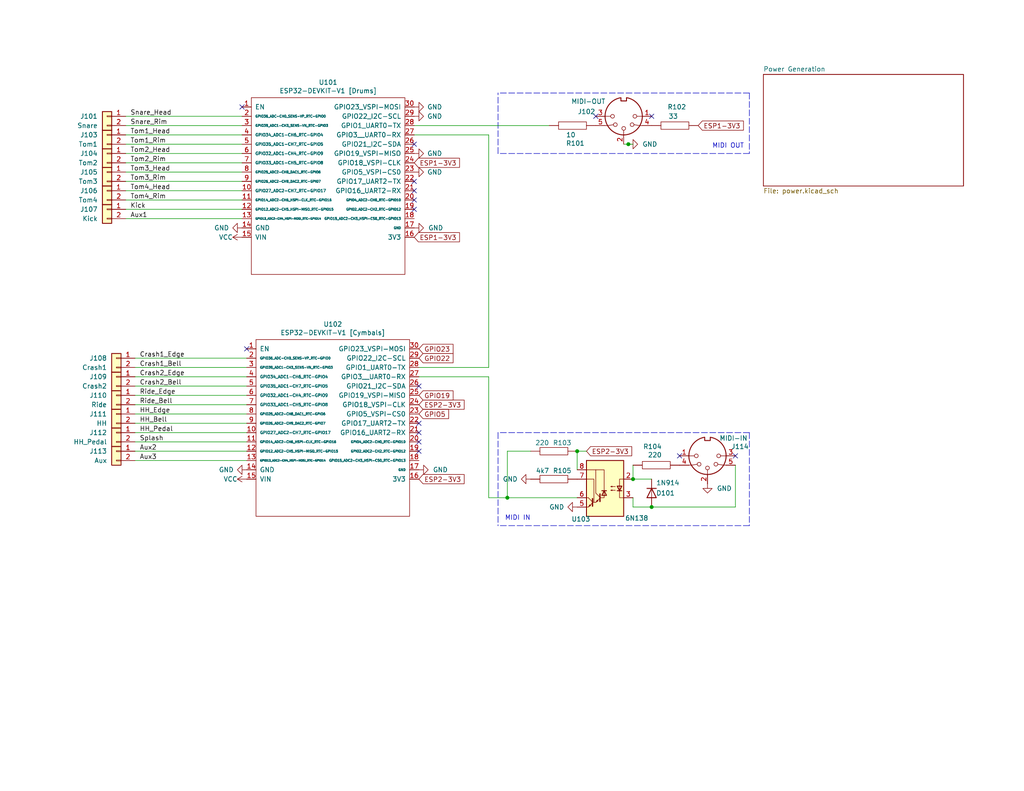
<source format=kicad_sch>
(kicad_sch (version 20211123) (generator eeschema)
  (paper "USLetter")
  (lib_symbols
    (symbol "Connector:DIN-5_180degree" (pin_names (offset 1.016))
      (property "Reference" "J" (at 3.175 5.715 0))
      (property "Value" "DIN-5_180degree" (at 0 -6.35 0))
      (symbol "DIN-5_180degree_0_1"
        (arc (start -5.08 0) (mid -3.8597 -3.3379) (end -0.762 -5.08) (stroke (width 0.254)))
        (circle (center -3.048 0) (radius 0.508))
        (circle (center -2.286 2.286) (radius 0.508))
        (polyline (pts (xy -5.08 0) (xy -3.556 0)))
        (polyline (pts (xy 0 5.08) (xy 0 3.81)))
        (polyline (pts (xy 5.08 0) (xy 3.556 0)))
        (polyline (pts (xy -5.08 2.54) (xy -4.318 2.54) (xy -2.794 2.286)))
        (polyline (pts (xy 5.08 2.54) (xy 4.318 2.54) (xy 2.794 2.286)))
        (polyline (pts (xy -0.762 -4.953) (xy -0.762 -4.191) (xy 0.762 -4.191) (xy 0.762 -4.953)) (stroke (width 0.254)))
        (circle (center 0 3.302) (radius 0.508))
        (arc (start 0.762 -5.08) (mid 3.8673 -3.3444) (end 5.08 0) (stroke (width 0.254)))
        (circle (center 2.286 2.286) (radius 0.508))
        (circle (center 3.048 0) (radius 0.508))
        (arc (start 5.08 0) (mid 0 5.08) (end -5.08 0) (stroke (width 0.254)))
      )
      (symbol "DIN-5_180degree_1_1"
        (pin passive line (at -7.62 0 0) (length 2.54) (name "~") (number "1"))
        (pin passive line (at 0 7.62 270) (length 2.54) (name "~") (number "2"))
        (pin passive line (at 7.62 0 180) (length 2.54) (name "~") (number "3"))
        (pin passive line (at -7.62 2.54 0) (length 2.54) (name "~") (number "4"))
        (pin passive line (at 7.62 2.54 180) (length 2.54) (name "~") (number "5"))
      )
    )
    (symbol "Connector_Generic:Conn_01x02" (pin_names (offset 1.016) hide)
      (property "Reference" "J" (at 0 2.54 0))
      (property "Value" "Conn_01x02" (at 0 -5.08 0))
      (symbol "Conn_01x02_1_1"
        (rectangle (start -1.27 -2.413) (end 0 -2.667) (stroke (width 0.1524)))
        (rectangle (start -1.27 0.127) (end 0 -0.127) (stroke (width 0.1524)))
        (rectangle (start -1.27 1.27) (end 1.27 -3.81) (stroke (width 0.254)) (fill (type background)))
        (pin passive line (at -5.08 0 0) (length 3.81) (name "Pin_1") (number "1"))
        (pin passive line (at -5.08 -2.54 0) (length 3.81) (name "Pin_2") (number "2"))
      )
    )
    (symbol "Diode:1N914" (pin_numbers hide) (pin_names (offset 1.016) hide)
      (property "Reference" "D" (at 0 2.54 0))
      (property "Value" "1N914" (at 0 -2.54 0))
      (symbol "1N914_0_1"
        (polyline (pts (xy -1.27 1.27) (xy -1.27 -1.27)) (stroke (width 0.254)))
        (polyline (pts (xy 1.27 0) (xy -1.27 0)))
        (polyline (pts (xy 1.27 1.27) (xy 1.27 -1.27) (xy -1.27 0) (xy 1.27 1.27)) (stroke (width 0.254)))
      )
      (symbol "1N914_1_1"
        (pin passive line (at -3.81 0 0) (length 2.54) (name "K") (number "1"))
        (pin passive line (at 3.81 0 180) (length 2.54) (name "A") (number "2"))
      )
    )
    (symbol "Isolator:6N138" (pin_names (offset 1.016) hide)
      (property "Reference" "U" (at -4.064 8.89 0))
      (property "Value" "6N138" (at 2.286 8.89 0))
      (symbol "6N138_0_1"
        (rectangle (start -5.08 7.62) (end 5.08 -7.62) (stroke (width 0.254)) (fill (type background)))
        (polyline (pts (xy -4.572 -0.635) (xy -3.302 -0.635)) (stroke (width 0.254)))
        (polyline (pts (xy 0.889 -0.635) (xy -0.381 -0.635)) (stroke (width 0.254)))
        (polyline (pts (xy 1.397 -2.667) (xy 2.54 -3.81)))
        (polyline (pts (xy 1.397 -2.413) (xy 2.54 -1.27)))
        (polyline (pts (xy 2.54 -3.81) (xy 3.175 -3.81)))
        (polyline (pts (xy 3.429 -3.937) (xy 4.572 -5.08)))
        (polyline (pts (xy 3.429 -3.683) (xy 4.572 -2.54)))
        (polyline (pts (xy 4.572 -5.08) (xy 5.08 -5.08)))
        (polyline (pts (xy 4.572 -2.54) (xy 5.08 -2.54)))
        (polyline (pts (xy 1.397 -1.524) (xy 1.397 -3.556) (xy 1.397 -3.556)) (stroke (width 0.3556)))
        (polyline (pts (xy 2.54 -1.27) (xy 2.54 5.08) (xy 5.08 5.08)))
        (polyline (pts (xy 3.429 -2.794) (xy 3.429 -4.826) (xy 3.429 -4.826)) (stroke (width 0.3556)))
        (polyline (pts (xy 5.08 2.54) (xy 3.048 2.54) (xy 3.048 -3.81)))
        (polyline (pts (xy -5.08 -2.54) (xy -3.937 -2.54) (xy -3.937 2.54) (xy -5.08 2.54)))
        (polyline (pts (xy -3.937 -0.635) (xy -4.572 0.635) (xy -3.302 0.635) (xy -3.937 -0.635)) (stroke (width 0.254)))
        (polyline (pts (xy 0.254 -0.635) (xy 0.889 -1.905) (xy -0.381 -1.905) (xy 0.254 -0.635)) (stroke (width 0.254)))
        (polyline (pts (xy 1.27 -2.54) (xy 0.254 -2.54) (xy 0.254 5.08) (xy 2.54 5.08)))
        (polyline (pts (xy 2.413 -3.683) (xy 2.159 -3.175) (xy 1.905 -3.429) (xy 2.413 -3.683)))
        (polyline (pts (xy 4.445 -4.953) (xy 4.191 -4.445) (xy 3.937 -4.699) (xy 4.445 -4.953)))
        (polyline (pts (xy -2.794 -0.508) (xy -1.524 -0.508) (xy -1.905 -0.635) (xy -1.905 -0.381) (xy -1.524 -0.508)))
        (polyline (pts (xy -2.794 0.508) (xy -1.524 0.508) (xy -1.905 0.381) (xy -1.905 0.635) (xy -1.524 0.508)))
      )
      (symbol "6N138_1_1"
        (pin no_connect line (at -5.08 5.08 0) (length 2.54) hide (name "NC") (number "1"))
        (pin passive line (at -7.62 2.54 0) (length 2.54) (name "C1") (number "2"))
        (pin passive line (at -7.62 -2.54 0) (length 2.54) (name "C2") (number "3"))
        (pin no_connect line (at -5.08 -5.08 0) (length 2.54) hide (name "NC") (number "4"))
        (pin passive line (at 7.62 -5.08 180) (length 2.54) (name "GND") (number "5"))
        (pin passive line (at 7.62 -2.54 180) (length 2.54) (name "VO2") (number "6"))
        (pin passive line (at 7.62 2.54 180) (length 2.54) (name "VO1") (number "7"))
        (pin passive line (at 7.62 5.08 180) (length 2.54) (name "VCC") (number "8"))
      )
    )
    (symbol "doit-esp32-devkit-v1:ESP32-DEVKIT-V1" (pin_names (offset 1.016))
      (property "Reference" "U" (at -1.27 11.43 0))
      (property "Value" "ESP32-DEVKIT-V1" (at 0 13.97 0))
      (symbol "ESP32-DEVKIT-V1_0_1"
        (rectangle (start 20.32 10.16) (end -21.59 -38.1))
      )
      (symbol "ESP32-DEVKIT-V1_1_1"
        (pin output line (at -24.13 7.62 0) (length 2.54) (name "EN") (number "1"))
        (pin bidirectional line (at -24.13 -15.24 0) (length 2.54) (name "GPIO27_ADC2-CH7_RTC-GPIO17") (number "10"))
        (pin bidirectional line (at -24.13 -17.78 0) (length 2.54) (name "GPIO14_ADC2-CH6_HSPI-CLK_RTC-GPIO16") (number "11"))
        (pin bidirectional line (at -24.13 -20.32 0) (length 2.54) (name "GPIO12_ADC2-CH5_HSPI-MISO_RTC-GPIO15") (number "12"))
        (pin bidirectional line (at -24.13 -22.86 0) (length 2.54) (name "GPIO13_ADC2-CH4_HSPI-MOSI_RTC-GPIO14") (number "13"))
        (pin bidirectional line (at -24.13 -25.4 0) (length 2.54) (name "GND") (number "14"))
        (pin bidirectional line (at -24.13 -27.94 0) (length 2.54) (name "VIN") (number "15"))
        (pin output line (at 22.86 -27.94 180) (length 2.54) (name "3V3") (number "16"))
        (pin bidirectional line (at 22.86 -25.4 180) (length 2.54) (name "GND") (number "17"))
        (pin bidirectional line (at 22.86 -22.86 180) (length 2.54) (name "GPIO15_ADC2-CH3_HSPI-CS0_RTC-GPIO13") (number "18"))
        (pin bidirectional line (at 22.86 -20.32 180) (length 2.54) (name "GPIO2_ADC2-CH2_RTC-GPIO12") (number "19"))
        (pin bidirectional line (at -24.13 5.08 0) (length 2.54) (name "GPIO36_ADC-CH0_SENS-VP_RTC-GPIO0") (number "2"))
        (pin bidirectional line (at 22.86 -17.78 180) (length 2.54) (name "GPIO4_ADC2-CH0_RTC-GPIO10") (number "20"))
        (pin bidirectional line (at 22.86 -15.24 180) (length 2.54) (name "GPIO16_UART2-RX") (number "21"))
        (pin bidirectional line (at 22.86 -12.7 180) (length 2.54) (name "GPIO17_UART2-TX") (number "22"))
        (pin bidirectional line (at 22.86 -10.16 180) (length 2.54) (name "GPIO5_VSPI-CS0") (number "23"))
        (pin bidirectional line (at 22.86 -7.62 180) (length 2.54) (name "GPIO18_VSPI-CLK") (number "24"))
        (pin bidirectional line (at 22.86 -5.08 180) (length 2.54) (name "GPIO19_VSPI-MISO") (number "25"))
        (pin bidirectional line (at 22.86 -2.54 180) (length 2.54) (name "GPIO21_I2C-SDA") (number "26"))
        (pin bidirectional line (at 22.86 0 180) (length 2.54) (name "GPIO3__UART0-RX") (number "27"))
        (pin bidirectional line (at 22.86 2.54 180) (length 2.54) (name "GPIO1_UART0-TX") (number "28"))
        (pin bidirectional line (at 22.86 5.08 180) (length 2.54) (name "GPIO22_I2C-SCL") (number "29"))
        (pin bidirectional line (at -24.13 2.54 0) (length 2.54) (name "GPIO39_ADC1-CH3_SENS-VN_RTC-GPIO3") (number "3"))
        (pin bidirectional line (at 22.86 7.62 180) (length 2.54) (name "GPIO23_VSPI-MOSI") (number "30"))
        (pin bidirectional line (at -24.13 0 0) (length 2.54) (name "GPIO34_ADC1-CH6_RTC-GPIO4") (number "4"))
        (pin bidirectional line (at -24.13 -2.54 0) (length 2.54) (name "GPIO35_ADC1-CH7_RTC-GPIO5") (number "5"))
        (pin bidirectional line (at -24.13 -5.08 0) (length 2.54) (name "GPIO32_ADC1-CH4_RTC-GPIO9") (number "6"))
        (pin bidirectional line (at -24.13 -7.62 0) (length 2.54) (name "GPIO33_ADC1-CH5_RTC-GPIO8") (number "7"))
        (pin bidirectional line (at -24.13 -10.16 0) (length 2.54) (name "GPIO25_ADC2-CH8_DAC1_RTC-GPIO6") (number "8"))
        (pin bidirectional line (at -24.13 -12.7 0) (length 2.54) (name "GPIO26_ADC2-CH9_DAC2_RTC-GPIO7") (number "9"))
      )
    )
    (symbol "power:GND" (power) (pin_names (offset 0))
      (property "Value" "GND" (at 0 -3.81 0))
      (symbol "GND_0_1"
        (polyline (pts (xy 0 0) (xy 0 -1.27) (xy 1.27 -1.27) (xy 0 -2.54) (xy -1.27 -1.27) (xy 0 -1.27)))
      )
      (symbol "GND_1_1"
        (pin power_in line (at 0 0 270) (length 0) hide (name "GND") (number "1"))
      )
    )
    (symbol "power:VCC" (power) (pin_names (offset 0))
      (property "Value" "VCC" (at 0 3.81 0))
      (symbol "VCC_0_1"
        (polyline (pts (xy -0.762 1.27) (xy 0 2.54)))
        (polyline (pts (xy 0 0) (xy 0 2.54)))
        (polyline (pts (xy 0 2.54) (xy 0.762 1.27)))
      )
      (symbol "VCC_1_1"
        (pin power_in line (at 0 0 90) (length 0) hide (name "VCC") (number "1"))
      )
    )
    (symbol "pspice:R" (pin_numbers hide) (pin_names (offset 0))
      (property "Reference" "R" (at 2.032 0 90))
      (property "Value" "R" (at 0 0 90))
      (symbol "R_0_1"
        (rectangle (start -1.016 3.81) (end 1.016 -3.81))
      )
      (symbol "R_1_1"
        (pin passive line (at 0 6.35 270) (length 2.54) (name "~") (number "1"))
        (pin passive line (at 0 -6.35 90) (length 2.54) (name "~") (number "2"))
      )
    )
  )
  (junction (at 138.43 135.89))
  (junction (at 171.45 39.37))
  (junction (at 172.72 130.81))
  (junction (at 177.8 138.43))
  (junction (at 157.48 123.19))
  (no_connect (at 113.03 39.37))
  (no_connect (at 113.03 52.07))
  (no_connect (at 113.03 57.15))
  (no_connect (at 114.3 115.57))
  (no_connect (at 114.3 120.65))
  (no_connect (at 114.3 118.11))
  (no_connect (at 66.04 29.21))
  (no_connect (at 185.42 124.46))
  (no_connect (at 113.03 49.53))
  (no_connect (at 114.3 105.41))
  (no_connect (at 200.66 124.46))
  (no_connect (at 114.3 123.19))
  (no_connect (at 113.03 54.61))
  (no_connect (at 162.56 31.75))
  (no_connect (at 177.8 31.75))
  (no_connect (at 67.31 95.25))
  (wire (pts (xy 34.29 34.29) (xy 66.04 34.29)))
  (polyline (pts (xy 204.47 25.4) (xy 204.47 41.91)))
  (polyline (pts (xy 204.47 25.4) (xy 135.89 25.4)))
  (wire (pts (xy 133.35 135.89) (xy 138.43 135.89)))
  (wire (pts (xy 114.3 102.87) (xy 133.35 102.87)))
  (wire (pts (xy 36.83 125.73) (xy 67.31 125.73)))
  (wire (pts (xy 177.8 130.81) (xy 172.72 130.81)))
  (wire (pts (xy 36.83 97.79) (xy 67.31 97.79)))
  (wire (pts (xy 36.83 107.95) (xy 67.31 107.95)))
  (wire (pts (xy 36.83 118.11) (xy 67.31 118.11)))
  (wire (pts (xy 172.72 127) (xy 172.72 130.81)))
  (wire (pts (xy 34.29 31.75) (xy 66.04 31.75)))
  (wire (pts (xy 34.29 52.07) (xy 66.04 52.07)))
  (wire (pts (xy 133.35 36.83) (xy 133.35 100.33)))
  (polyline (pts (xy 204.47 118.11) (xy 204.47 143.51)))
  (wire (pts (xy 34.29 36.83) (xy 66.04 36.83)))
  (wire (pts (xy 144.78 123.19) (xy 138.43 123.19)))
  (wire (pts (xy 157.48 123.19) (xy 157.48 128.27)))
  (wire (pts (xy 200.66 127) (xy 200.66 138.43)))
  (wire (pts (xy 114.3 100.33) (xy 133.35 100.33)))
  (wire (pts (xy 34.29 57.15) (xy 66.04 57.15)))
  (wire (pts (xy 200.66 138.43) (xy 177.8 138.43)))
  (wire (pts (xy 36.83 105.41) (xy 67.31 105.41)))
  (wire (pts (xy 34.29 44.45) (xy 66.04 44.45)))
  (polyline (pts (xy 204.47 143.51) (xy 135.89 143.51)))
  (wire (pts (xy 138.43 123.19) (xy 138.43 135.89)))
  (wire (pts (xy 34.29 39.37) (xy 66.04 39.37)))
  (wire (pts (xy 113.03 34.29) (xy 149.86 34.29)))
  (polyline (pts (xy 135.89 118.11) (xy 135.89 143.51)))
  (wire (pts (xy 36.83 113.03) (xy 67.31 113.03)))
  (wire (pts (xy 160.02 123.19) (xy 157.48 123.19)))
  (wire (pts (xy 172.72 39.37) (xy 171.45 39.37)))
  (wire (pts (xy 34.29 49.53) (xy 66.04 49.53)))
  (wire (pts (xy 34.29 41.91) (xy 66.04 41.91)))
  (wire (pts (xy 36.83 115.57) (xy 67.31 115.57)))
  (wire (pts (xy 36.83 102.87) (xy 67.31 102.87)))
  (wire (pts (xy 177.8 138.43) (xy 172.72 138.43)))
  (polyline (pts (xy 204.47 41.91) (xy 135.89 41.91)))
  (wire (pts (xy 138.43 135.89) (xy 157.48 135.89)))
  (wire (pts (xy 34.29 54.61) (xy 66.04 54.61)))
  (wire (pts (xy 171.45 39.37) (xy 170.18 39.37)))
  (wire (pts (xy 172.72 138.43) (xy 172.72 135.89)))
  (wire (pts (xy 133.35 102.87) (xy 133.35 135.89)))
  (wire (pts (xy 36.83 120.65) (xy 67.31 120.65)))
  (wire (pts (xy 36.83 123.19) (xy 67.31 123.19)))
  (wire (pts (xy 113.03 36.83) (xy 133.35 36.83)))
  (polyline (pts (xy 204.47 118.11) (xy 135.89 118.11)))
  (wire (pts (xy 36.83 110.49) (xy 67.31 110.49)))
  (polyline (pts (xy 135.89 41.91) (xy 135.89 25.4)))
  (wire (pts (xy 36.83 100.33) (xy 67.31 100.33)))
  (wire (pts (xy 34.29 46.99) (xy 66.04 46.99)))
  (wire (pts (xy 34.29 59.69) (xy 66.04 59.69)))
  (text "MIDI OUT" (at 194.31 40.64 0) (effects (font (size 1.27 1.27)) (justify left bottom)))
  (text "MIDI IN" (at 144.78 142.24 180) (effects (font (size 1.27 1.27)) (justify right bottom)))
  (label "HH_Edge" (at 38.1 113.03 0))
  (label "Aux1" (at 35.56 59.69 0))
  (label "HH_Pedal" (at 38.1 118.11 0))
  (label "Tom3_Rim" (at 35.56 49.53 0))
  (label "Aux3" (at 38.1 125.73 0))
  (label "Ride_Bell" (at 38.1 110.49 0))
  (label "Splash" (at 38.1 120.65 0))
  (label "Tom4_Rim" (at 35.56 54.61 0))
  (label "Tom4_Head" (at 35.56 52.07 0))
  (label "Kick" (at 35.56 57.15 0))
  (label "Aux2" (at 38.1 123.19 0))
  (label "Tom1_Rim" (at 35.56 39.37 0))
  (label "Tom3_Head" (at 35.56 46.99 0))
  (label "Snare_Head" (at 35.56 31.75 0))
  (label "Snare_Rim" (at 35.56 34.29 0))
  (label "Tom2_Head" (at 35.56 41.91 0))
  (label "Ride_Edge" (at 38.1 107.95 0))
  (label "Tom1_Head" (at 35.56 36.83 0))
  (label "Tom2_Rim" (at 35.56 44.45 0))
  (label "Crash2_Bell" (at 38.1 105.41 0))
  (label "HH_Bell" (at 38.1 115.57 0))
  (label "Crash1_Bell" (at 38.1 100.33 0))
  (label "Crash1_Edge" (at 38.1 97.79 0))
  (label "Crash2_Edge" (at 38.1 102.87 0))
  (global_label "ESP2-3V3" (shape input) (at 114.3 110.49 0) (property "Referenzen zwischen Schaltplänen" "${INTERSHEET_REFS}" (effects hide)))
  (global_label "GPIO5" (shape input) (at 114.3 113.03 0) (property "Referenzen zwischen Schaltplänen" "${INTERSHEET_REFS}" (effects hide)))
  (global_label "ESP1-3V3" (shape input) (at 113.03 44.45 0) (property "Referenzen zwischen Schaltplänen" "${INTERSHEET_REFS}" (effects hide)))
  (global_label "ESP1-3V3" (shape input) (at 113.03 64.77 0) (property "Referenzen zwischen Schaltplänen" "${INTERSHEET_REFS}" (effects hide)))
  (global_label "GPIO22" (shape input) (at 114.3 97.79 0) (property "Referenzen zwischen Schaltplänen" "${INTERSHEET_REFS}" (effects hide)))
  (global_label "ESP1-3V3" (shape input) (at 190.5 34.29 0) (property "Referenzen zwischen Schaltplänen" "${INTERSHEET_REFS}" (effects hide)))
  (global_label "ESP2-3V3" (shape input) (at 160.02 123.19 0) (property "Referenzen zwischen Schaltplänen" "${INTERSHEET_REFS}" (effects hide)))
  (global_label "ESP2-3V3" (shape input) (at 114.3 130.81 0) (property "Referenzen zwischen Schaltplänen" "${INTERSHEET_REFS}" (effects hide)))
  (global_label "GPIO23" (shape input) (at 114.3 95.25 0) (property "Referenzen zwischen Schaltplänen" "${INTERSHEET_REFS}" (effects hide)))
  (global_label "GPIO19" (shape input) (at 114.3 107.95 0) (property "Referenzen zwischen Schaltplänen" "${INTERSHEET_REFS}" (effects hide)))
  (symbol (lib_id "Connector_Generic:Conn_01x02") (at 29.21 57.15 0) (mirror y) (unit 1)
    (property "Reference" "J107" (at 26.67 57.15 0) (effects (justify left)))
    (property "Value" "Kick" (at 26.67 59.69 0) (effects (justify left)))
    (property "Footprint" "Connector_JST:JST_EH_B2B-EH-A_1x02_P2.50mm_Vertical" (effects hide))
  )
  (symbol (lib_id "pspice:R") (at 156.21 34.29 270) (unit 1)
    (property "Reference" "R101" (at 154.432 39.116 90) (effects (justify left)))
    (property "Value" "10" (at 154.432 36.83 90) (effects (justify left)))
    (property "Footprint" "Resistor_THT:R_Axial_DIN0207_L6.3mm_D2.5mm_P10.16mm_Horizontal" (effects hide))
  )
  (symbol (lib_id "power:GND") (at 66.04 62.23 270) (unit 1)
    (property "Reference" "#PWR0106" (effects hide))
    (property "Value" "GND" (at 58.42 62.23 90) (effects (justify left)))
  )
  (symbol (lib_id "Connector_Generic:Conn_01x02") (at 31.75 107.95 0) (mirror y) (unit 1)
    (property "Reference" "J110" (at 29.21 107.95 0) (effects (justify left)))
    (property "Value" "Ride" (at 29.21 110.49 0) (effects (justify left)))
    (property "Footprint" "Connector_JST:JST_EH_B2B-EH-A_1x02_P2.50mm_Vertical" (effects hide))
  )
  (symbol (lib_id "power:GND") (at 67.31 128.27 270) (unit 1)
    (property "Reference" "#PWR0109" (effects hide))
    (property "Value" "GND" (at 59.69 128.27 90) (effects (justify left)))
  )
  (symbol (lib_id "pspice:R") (at 151.13 123.19 90) (mirror x) (unit 1)
    (property "Reference" "R103" (at 155.956 120.904 90) (effects (justify left)))
    (property "Value" "220" (at 149.86 120.904 90) (effects (justify left)))
    (property "Footprint" "Resistor_THT:R_Axial_DIN0207_L6.3mm_D2.5mm_P10.16mm_Horizontal" (effects hide))
  )
  (symbol (lib_id "power:GND") (at 113.03 31.75 90) (unit 1)
    (property "Reference" "#PWR0102" (effects hide))
    (property "Value" "GND" (at 120.65 31.75 90) (effects (justify left)))
  )
  (symbol (lib_id "power:GND") (at 113.03 29.21 90) (unit 1)
    (property "Reference" "#PWR0101" (effects hide))
    (property "Value" "GND" (at 120.65 29.21 90) (effects (justify left)))
  )
  (symbol (lib_id "power:GND") (at 144.78 130.81 270) (unit 1)
    (property "Reference" "#PWR0112" (effects hide))
    (property "Value" "GND" (at 137.16 130.81 90) (effects (justify left)))
  )
  (symbol (lib_id "Connector_Generic:Conn_01x02") (at 29.21 52.07 0) (mirror y) (unit 1)
    (property "Reference" "J106" (at 26.67 52.07 0) (effects (justify left)))
    (property "Value" "Tom4" (at 26.67 54.61 0) (effects (justify left)))
    (property "Footprint" "Connector_JST:JST_EH_B2B-EH-A_1x02_P2.50mm_Vertical" (effects hide))
  )
  (symbol (lib_id "Connector_Generic:Conn_01x02") (at 31.75 123.19 0) (mirror y) (unit 1)
    (property "Reference" "J113" (at 29.21 123.19 0) (effects (justify left)))
    (property "Value" "Aux" (at 29.21 125.73 0) (effects (justify left)))
    (property "Footprint" "Connector_JST:JST_EH_B2B-EH-A_1x02_P2.50mm_Vertical" (effects hide))
  )
  (symbol (lib_id "power:GND") (at 157.48 138.43 270) (unit 1)
    (property "Reference" "#PWR0114" (effects hide))
    (property "Value" "GND" (at 149.86 138.43 90) (effects (justify left)))
  )
  (symbol (lib_id "power:VCC") (at 66.04 64.77 90) (unit 1)
    (property "Reference" "#PWR0108" (effects hide))
    (property "Value" "VCC" (at 59.69 64.77 90) (effects (justify right)))
  )
  (symbol (lib_id "Connector_Generic:Conn_01x02") (at 29.21 31.75 0) (mirror y) (unit 1)
    (property "Reference" "J101" (at 26.67 31.75 0) (effects (justify left)))
    (property "Value" "Snare" (at 26.67 34.29 0) (effects (justify left)))
    (property "Footprint" "Connector_JST:JST_EH_B2B-EH-A_1x02_P2.50mm_Vertical" (effects hide))
  )
  (symbol (lib_id "power:GND") (at 113.03 62.23 90) (unit 1)
    (property "Reference" "#PWR0107" (effects hide))
    (property "Value" "GND" (at 116.84 62.2299 90) (effects (justify right)))
  )
  (symbol (lib_id "Connector:DIN-5_180degree") (at 193.04 124.46 0) (mirror x) (unit 1)
    (property "Reference" "J114" (at 201.93 121.92 0))
    (property "Value" "MIDI-IN" (at 200.152 119.634 0))
    (property "Footprint" "Connectors_UNITRA:DIN-5" (effects hide))
    (property "Datasheet" "http://www.mouser.com/ds/2/18/40_c091_abd_e-75918.pdf" (effects hide))
  )
  (symbol (lib_id "doit-esp32-devkit-v1:ESP32-DEVKIT-V1") (at 91.44 102.87 0) (unit 1)
    (property "Reference" "U102" (at 90.805 88.519 0))
    (property "Value" "ESP32-DEVKIT-V1 [Cymbals]" (at 90.805 90.8304 0))
    (property "Footprint" "edrumulus:esp32_devkit_v1" (effects hide))
  )
  (symbol (lib_id "pspice:R") (at 179.07 127 90) (mirror x) (unit 1)
    (property "Reference" "R104" (at 180.594 121.92 90) (effects (justify left)))
    (property "Value" "220" (at 180.594 124.206 90) (effects (justify left)))
    (property "Footprint" "Resistor_THT:R_Axial_DIN0207_L6.3mm_D2.5mm_P10.16mm_Horizontal" (effects hide))
  )
  (symbol (lib_id "Connector_Generic:Conn_01x02") (at 29.21 46.99 0) (mirror y) (unit 1)
    (property "Reference" "J105" (at 26.67 46.99 0) (effects (justify left)))
    (property "Value" "Tom3" (at 26.67 49.53 0) (effects (justify left)))
    (property "Footprint" "Connector_JST:JST_EH_B2B-EH-A_1x02_P2.50mm_Vertical" (effects hide))
  )
  (symbol (lib_id "Connector_Generic:Conn_01x02") (at 31.75 97.79 0) (mirror y) (unit 1)
    (property "Reference" "J108" (at 29.21 97.79 0) (effects (justify left)))
    (property "Value" "Crash1" (at 29.21 100.33 0) (effects (justify left)))
    (property "Footprint" "Connector_JST:JST_EH_B2B-EH-A_1x02_P2.50mm_Vertical" (effects hide))
  )
  (symbol (lib_id "pspice:R") (at 151.13 130.81 90) (mirror x) (unit 1)
    (property "Reference" "R105" (at 155.956 128.524 90) (effects (justify left)))
    (property "Value" "4k7" (at 149.86 128.524 90) (effects (justify left)))
    (property "Footprint" "Resistor_THT:R_Axial_DIN0207_L6.3mm_D2.5mm_P10.16mm_Horizontal" (effects hide))
  )
  (symbol (lib_id "power:GND") (at 113.03 41.91 90) (unit 1)
    (property "Reference" "#PWR0104" (effects hide))
    (property "Value" "GND" (at 120.65 41.91 90) (effects (justify left)))
  )
  (symbol (lib_id "pspice:R") (at 184.15 34.29 270) (unit 1)
    (property "Reference" "R102" (at 182.118 29.21 90) (effects (justify left)))
    (property "Value" "33" (at 182.372 31.75 90) (effects (justify left)))
    (property "Footprint" "Resistor_THT:R_Axial_DIN0207_L6.3mm_D2.5mm_P10.16mm_Horizontal" (effects hide))
  )
  (symbol (lib_id "Connector_Generic:Conn_01x02") (at 31.75 113.03 0) (mirror y) (unit 1)
    (property "Reference" "J111" (at 29.21 113.03 0) (effects (justify left)))
    (property "Value" "HH" (at 29.21 115.57 0) (effects (justify left)))
    (property "Footprint" "Connector_JST:JST_EH_B2B-EH-A_1x02_P2.50mm_Vertical" (effects hide))
  )
  (symbol (lib_id "power:GND") (at 171.45 39.37 90) (unit 1)
    (property "Reference" "#PWR0103" (effects hide))
    (property "Value" "GND" (at 175.26 39.3699 90) (effects (justify right)))
  )
  (symbol (lib_id "Connector_Generic:Conn_01x02") (at 31.75 102.87 0) (mirror y) (unit 1)
    (property "Reference" "J109" (at 29.21 102.87 0) (effects (justify left)))
    (property "Value" "Crash2" (at 29.21 105.41 0) (effects (justify left)))
    (property "Footprint" "Connector_JST:JST_EH_B2B-EH-A_1x02_P2.50mm_Vertical" (effects hide))
  )
  (symbol (lib_id "Connector:DIN-5_180degree") (at 170.18 31.75 180) (unit 1)
    (property "Reference" "J102" (at 160.02 30.48 0))
    (property "Value" "MIDI-OUT" (at 160.528 27.686 0))
    (property "Footprint" "Connectors_UNITRA:DIN-5" (effects hide))
    (property "Datasheet" "http://www.mouser.com/ds/2/18/40_c091_abd_e-75918.pdf" (effects hide))
  )
  (symbol (lib_id "Connector_Generic:Conn_01x02") (at 29.21 36.83 0) (mirror y) (unit 1)
    (property "Reference" "J103" (at 26.67 36.83 0) (effects (justify left)))
    (property "Value" "Tom1" (at 26.67 39.37 0) (effects (justify left)))
    (property "Footprint" "Connector_JST:JST_EH_B2B-EH-A_1x02_P2.50mm_Vertical" (effects hide))
  )
  (symbol (lib_id "power:GND") (at 193.04 132.08 0) (unit 1)
    (property "Reference" "#PWR0113" (effects hide))
    (property "Value" "GND" (at 195.58 133.3499 0) (effects (justify left)))
  )
  (symbol (lib_id "power:GND") (at 113.03 46.99 90) (unit 1)
    (property "Reference" "#PWR0105" (effects hide))
    (property "Value" "GND" (at 120.65 46.99 90) (effects (justify left)))
  )
  (symbol (lib_id "Connector_Generic:Conn_01x02") (at 29.21 41.91 0) (mirror y) (unit 1)
    (property "Reference" "J104" (at 26.67 41.91 0) (effects (justify left)))
    (property "Value" "Tom2" (at 26.67 44.45 0) (effects (justify left)))
    (property "Footprint" "Connector_JST:JST_EH_B2B-EH-A_1x02_P2.50mm_Vertical" (effects hide))
  )
  (symbol (lib_id "doit-esp32-devkit-v1:ESP32-DEVKIT-V1") (at 90.17 36.83 0) (unit 1)
    (property "Reference" "U101" (at 89.535 22.479 0))
    (property "Value" "ESP32-DEVKIT-V1 [Drums]" (at 89.535 24.7904 0))
    (property "Footprint" "edrumulus:esp32_devkit_v1" (effects hide))
  )
  (symbol (lib_id "Diode:1N914") (at 177.8 134.62 90) (mirror x) (unit 1)
    (property "Reference" "D101" (at 184.15 134.62 90) (effects (justify left)))
    (property "Value" "1N914" (at 185.42 131.826 90) (effects (justify left)))
    (property "Footprint" "Diode_THT:D_DO-35_SOD27_P7.62mm_Horizontal" (effects hide))
    (property "Datasheet" "http://www.vishay.com/docs/85622/1n914.pdf" (effects hide))
  )
  (symbol (lib_id "power:GND") (at 114.3 128.27 90) (unit 1)
    (property "Reference" "#PWR0110" (effects hide))
    (property "Value" "GND" (at 118.11 128.2699 90) (effects (justify right)))
  )
  (symbol (lib_id "Isolator:6N138") (at 165.1 133.35 0) (mirror y) (unit 1)
    (property "Reference" "U103" (at 158.496 141.732 0))
    (property "Value" "6N138" (at 173.736 141.478 0))
    (property "Footprint" "Package_DIP:DIP-8_W7.62mm_Socket" (effects hide))
    (property "Datasheet" "http://www.onsemi.com/pub/Collateral/HCPL2731-D.pdf" (effects hide))
  )
  (symbol (lib_id "power:VCC") (at 67.31 130.81 90) (unit 1)
    (property "Reference" "#PWR0111" (effects hide))
    (property "Value" "VCC" (at 60.96 130.81 90) (effects (justify right)))
  )
  (symbol (lib_id "Connector_Generic:Conn_01x02") (at 31.75 118.11 0) (mirror y) (unit 1)
    (property "Reference" "J112" (at 29.21 118.11 0) (effects (justify left)))
    (property "Value" "HH_Pedal" (at 29.21 120.65 0) (effects (justify left)))
    (property "Footprint" "Connector_JST:JST_EH_B2B-EH-A_1x02_P2.50mm_Vertical" (effects hide))
  )
  (sheet (at 208.28 20.32) (size 54.61 30.48) (stroke (width 0.1524))
    (property "Sheet name" "Power Generation" (at 208.28 19.6084 0) (effects (justify left bottom)))
    (property "Sheet file" "power.kicad_sch" (at 208.28 51.3846 0) (effects (justify left top)))
  )
)
</source>
